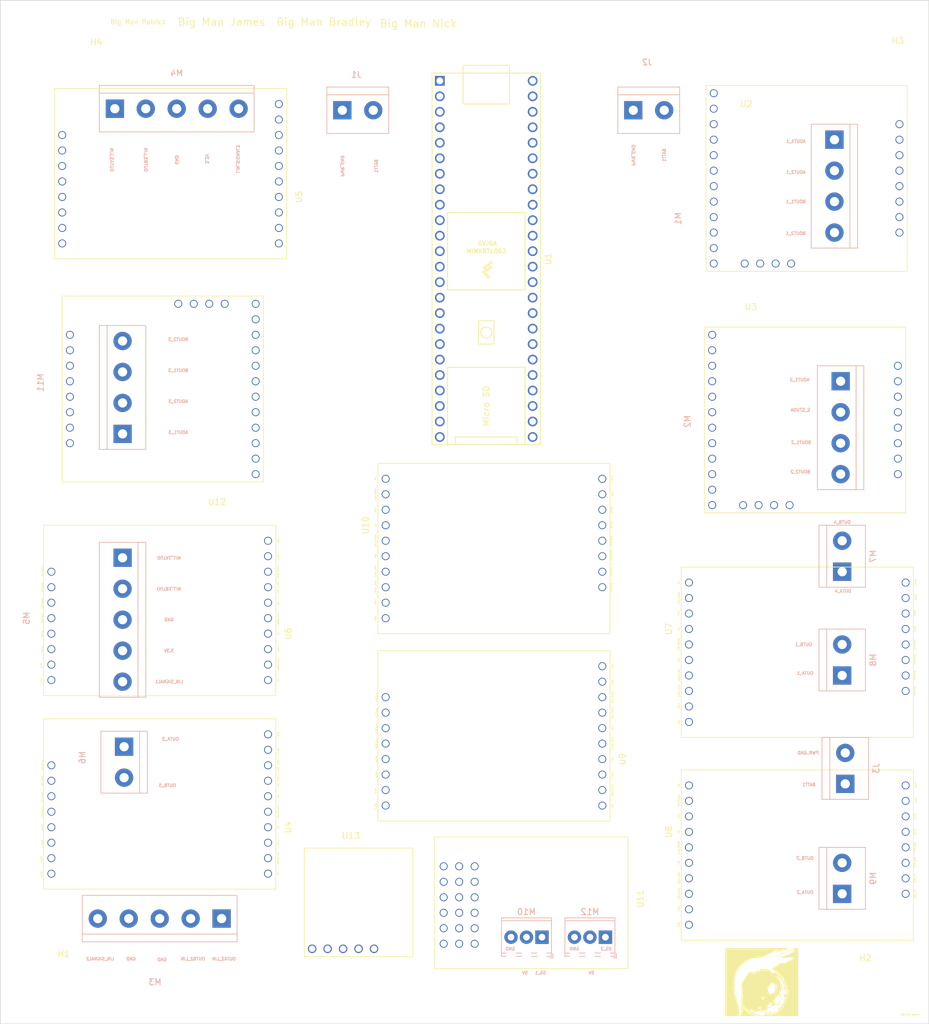
<source format=kicad_pcb>
(kicad_pcb (version 20211014) (generator pcbnew)
  (layers (0 "F.Cu" signal) (31 "B.Cu" signal) (34 "B.Paste" user) (35 "F.Paste" user) (36 "B.SilkS" user "B.Silkscreen") (37 "F.SilkS" user "F.Silkscreen") (38 "B.Mask" user) (39 "F.Mask" user) (44 "Edge.Cuts" user))
  (net 0 "")
  (net 1 "GND")
  (net 2 "STEP_1")
  (net 3 "DIR_1")
  (net 4 "SLEEP_1")
  (net 5 "RESET_1")
  (net 6 "STEP_2")
  (net 7 "DIR_2")
  (net 8 "SLEEP_2")
  (net 9 "RESET_2")
  (net 10 "INA_1")
  (net 11 "PWM_1")
  (net 12 "INB_1")
  (net 13 "INB_7")
  (net 14 "INA_7")
  (net 15 "PWM_7")
  (net 16 "LIN_SIGNAL3")
  (net 17 "PWM_2")
  (net 18 "INB_2")
  (net 19 "INA_3")
  (net 20 "PWM_3")
  (net 21 "INB_3")
  (net 22 "INA_4")
  (net 23 "INB_4")
  (net 24 "PWM_4")
  (net 25 "INB_6")
  (net 26 "INA_6")
  (net 27 "INB_5")
  (net 28 "INA_2")
  (net 29 "PWM_5")
  (net 30 "INA_5")
  (net 31 "LIN_SIGNAL2")
  (net 32 "LIN_SIGNAL1")
  (net 33 "PWM_6")
  (net 34 "BOUT2_1")
  (net 35 "Battery1_Positive24V")
  (net 36 "BOUT1_1")
  (net 37 "AOUT2_1")
  (net 38 "AOUT1_1")
  (net 39 "PWR_GND")
  (net 40 "AOUT1_2")
  (net 41 "AOUT2_2")
  (net 42 "BOUT1_2")
  (net 43 "BOUT2_2")
  (net 44 "OUTB2_LIN")
  (net 45 "OUTA2_LIN")
  (net 46 "OUTA3_LIN")
  (net 47 "OUTB3_LIN")
  (net 48 "OUTA1_LIN")
  (net 49 "OUTB1_LIN")
  (net 50 "OUTB_1")
  (net 51 "OUTB_2")
  (net 52 "OUTB_3")
  (net 53 "OUTB_4")
  (net 54 "OUTA_3")
  (net 55 "OUTA_4")
  (net 56 "OUTA_1")
  (net 57 "OUTA_2")
  (net 58 "STEP_3")
  (net 59 "DIR_3")
  (net 60 "SLEEP_3")
  (net 61 "RESET_3")
  (net 62 "AOUT1_3")
  (net 63 "AOUT2_3")
  (net 64 "BOUT1_3")
  (net 65 "BOUT2_3")
  (net 66 "SS_1")
  (net 67 "SS_2")
  (net 68 "+5V")
  (net 69 "3.3V")
  (net 70 "Net-(U9-Pad9)")
  (net 71 "Net-(U9-Pad5)")
  (net 72 "Net-(U9-Pad4)")
  (net 73 "Net-(U9-Pad2)")
  (net 74 "Net-(U9-Pad10)")
  (net 75 "Net-(U8-Pad9)")
  (net 76 "Net-(U8-Pad5)")
  (net 77 "Net-(U8-Pad4)")
  (net 78 "Net-(U8-Pad2)")
  (net 79 "Net-(U8-Pad10)")
  (net 80 "Net-(U7-Pad9)")
  (net 81 "Net-(U7-Pad5)")
  (net 82 "Net-(U7-Pad4)")
  (net 83 "Net-(U7-Pad2)")
  (net 84 "Net-(U7-Pad10)")
  (net 85 "Net-(U6-Pad9)")
  (net 86 "Net-(U6-Pad5)")
  (net 87 "Net-(U6-Pad4)")
  (net 88 "Net-(U6-Pad2)")
  (net 89 "Net-(U6-Pad10)")
  (net 90 "Net-(U5-Pad9)")
  (net 91 "Net-(U5-Pad5)")
  (net 92 "Net-(U5-Pad4)")
  (net 93 "Net-(U5-Pad2)")
  (net 94 "Net-(U5-Pad10)")
  (net 95 "Net-(U4-Pad9)")
  (net 96 "Net-(U4-Pad5)")
  (net 97 "Net-(U4-Pad4)")
  (net 98 "Net-(U4-Pad2)")
  (net 99 "Net-(U4-Pad10)")
  (net 100 "Net-(U3-Pad9)")
  (net 101 "Net-(U3-Pad8)")
  (net 102 "Net-(U3-Pad7)")
  (net 103 "Net-(U3-Pad6)")
  (net 104 "Net-(U3-Pad2)")
  (net 105 "Net-(U3-Pad16)")
  (net 106 "Net-(U3-Pad15)")
  (net 107 "Net-(U3-Pad14)")
  (net 108 "Net-(U3-Pad13)")
  (net 109 "Net-(U3-Pad12)")
  (net 110 "Net-(U3-Pad1)")
  (net 111 "Net-(U2-Pad9)")
  (net 112 "Net-(U2-Pad8)")
  (net 113 "Net-(U2-Pad7)")
  (net 114 "Net-(U2-Pad6)")
  (net 115 "Net-(U2-Pad2)")
  (net 116 "Net-(U2-Pad16)")
  (net 117 "Net-(U2-Pad15)")
  (net 118 "Net-(U2-Pad14)")
  (net 119 "Net-(U2-Pad13)")
  (net 120 "Net-(U2-Pad12)")
  (net 121 "Net-(U2-Pad1)")
  (net 122 "Net-(U13-Pad2)")
  (net 123 "Net-(U13-Pad1)")
  (net 124 "Net-(U12-Pad9)")
  (net 125 "Net-(U12-Pad8)")
  (net 126 "Net-(U12-Pad7)")
  (net 127 "Net-(U12-Pad6)")
  (net 128 "Net-(U12-Pad2)")
  (net 129 "Net-(U12-Pad16)")
  (net 130 "Net-(U12-Pad15)")
  (net 131 "Net-(U12-Pad14)")
  (net 132 "Net-(U12-Pad13)")
  (net 133 "Net-(U12-Pad12)")
  (net 134 "Net-(U12-Pad1)")
  (net 135 "Net-(U11-Pad9)")
  (net 136 "Net-(U11-Pad6)")
  (net 137 "Net-(U11-Pad5)")
  (net 138 "Net-(U11-Pad4)")
  (net 139 "Net-(U11-Pad3)")
  (net 140 "Net-(U11-Pad18)")
  (net 141 "Net-(U11-Pad17)")
  (net 142 "Net-(U11-Pad16)")
  (net 143 "Net-(U11-Pad15)")
  (net 144 "Net-(U11-Pad12)")
  (net 145 "Net-(U11-Pad11)")
  (net 146 "Net-(U11-Pad10)")
  (net 147 "Net-(U10-Pad9)")
  (net 148 "Net-(U10-Pad5)")
  (net 149 "Net-(U10-Pad4)")
  (net 150 "Net-(U10-Pad2)")
  (net 151 "Net-(U10-Pad10)")
  (net 152 "Net-(U1-Pad48)")
  (net 153 "Net-(U1-Pad33)")
  (net 154 "Net-(U1-Pad3)")
  (net 155 "Net-(U1-Pad26)")
  (net 156 "Net-(U1-Pad25)")
  (net 157 "Net-(U1-Pad24)")
  (net 158 "Net-(U1-Pad2)")
  (footprint "Custom Footprints:Teensy41" (layer "F.Cu") (at 519.43 347.218 -90)
    (fp_text reference "U1")
    (fp_text value "Teensy4.1")
  )
  (footprint "Custom Footprints:StepperMotorDriver" (layer "F.Cu") (at 562.864 359.664)
    (fp_text reference "U3")
    (fp_text value "36v4SMD")
  )
  (footprint "Custom Footprints:DCMotorDriver" (layer "F.Cu") (at 487.426 440.436 -90)
    (fp_text reference "U4")
    (fp_text value "VNH52019")
  )
  (footprint "Custom Footprints:DCMotorDriver" (layer "F.Cu") (at 489.204 337.058 -90)
    (fp_text reference "U5")
    (fp_text value "VNH52019")
  )
  (footprint "Custom Footprints:DCMotorDriver" (layer "F.Cu") (at 487.426 408.686 -90)
    (fp_text reference "U6")
    (fp_text value "VNH52019")
  )
  (footprint "Custom Footprints:DCMotorDriver" (layer "F.Cu") (at 548.894 407.924 90)
    (fp_text reference "U7")
    (fp_text value "VNH52019")
  )
  (footprint "Custom Footprints:DCMotorDriver" (layer "F.Cu") (at 548.894 441.198 90)
    (fp_text reference "U8")
    (fp_text value "VNH52019")
  )
  (footprint "Custom Footprints:DCMotorDriver" (layer "F.Cu") (at 542.29 429.26 -90)
    (fp_text reference "U9")
    (fp_text value "VNH52019")
  )
  (footprint "Custom Footprints:DCMotorDriver" (layer "F.Cu") (at 499.11 390.906 90)
    (fp_text reference "U10")
    (fp_text value "VNH52019")
  )
  (footprint "Custom Footprints:StepperMotorDriver" (layer "F.Cu") (at 563.118 320.04)
    (fp_text reference "U2")
    (fp_text value "36v4SMD")
  )
  (footprint "Custom Footprints:StepperMotorDriver" (layer "F.Cu") (at 475.234 382.524 180)
    (fp_text reference "U12")
    (fp_text value "36v4SMD")
  )
  (footprint "Custom Footprints:ServoMotorDriver" (layer "F.Cu") (at 545.215 452.180001 -90)
    (fp_text reference "U11")
    (fp_text value "ServoDriver")
  )
  (footprint "Custom Footprints:D24V22F5" (layer "F.Cu") (at 497.205 441.325)
    (fp_text reference "U13")
    (fp_text value "D24V22F5")
  )
  (footprint "MountingHole:MountingHole_3.2mm_M3" (layer "F.Cu") (at 450.088 466.09)
    (fp_text reference "H1")
    (fp_text value "MountingHole")
  )
  (footprint "MountingHole:MountingHole_3.2mm_M3" (layer "F.Cu") (at 581.66 466.09)
    (fp_text reference "H2")
    (fp_text value "MountingHole")
  )
  (footprint "MountingHole:MountingHole_3.2mm_M3" (layer "F.Cu") (at 581.66 311.404)
    (fp_text reference "H3")
    (fp_text value "MountingHole")
  )
  (footprint "MountingHole:MountingHole_3.2mm_M3" (layer "F.Cu") (at 450.088 311.404)
    (fp_text reference "H4")
    (fp_text value "MountingHole")
  )
  (footprint "Custom Footprints:Aggreggator" (layer "F.Cu") (at 564.642 465.836)
    (fp_text reference "G***" hide)
    (fp_text value "LOGO" hide)
  )
  (footprint "TerminalBlock:TerminalBlock_bornier-2_P5.08mm" (layer "B.Cu") (at 578.358 433.324 90)
    (fp_text reference "J3")
    (fp_text value "Intel_Buck_Converter_Input")
  )
  (footprint "TerminalBlock:TerminalBlock_bornier-4_P5.08mm" (layer "B.Cu") (at 576.58 327.66 -90)
    (fp_text reference "M1")
    (fp_text value "Stepper_Motor_bipolar")
  )
  (footprint "TerminalBlock:TerminalBlock_bornier-4_P5.08mm" (layer "B.Cu") (at 577.596 367.284 -90)
    (fp_text reference "M2")
    (fp_text value "Stepper_Motor_bipolar")
  )
  (footprint "TerminalBlock:TerminalBlock_bornier-5_P5.08mm" (layer "B.Cu") (at 475.996 455.422 180)
    (fp_text reference "M3")
    (fp_text value "LinActuator12V")
  )
  (footprint "TerminalBlock:TerminalBlock_bornier-5_P5.08mm" (layer "B.Cu") (at 458.47 322.58)
    (fp_text reference "M4")
    (fp_text value "LinActuator12V")
  )
  (footprint "TerminalBlock:TerminalBlock_bornier-5_P5.08mm" (layer "B.Cu") (at 459.74 396.24 -90)
    (fp_text reference "M5")
    (fp_text value "LinActuator12V")
  )
  (footprint "TerminalBlock:TerminalBlock_bornier-2_P5.08mm" (layer "B.Cu") (at 459.994 427.228 -90)
    (fp_text reference "M6")
    (fp_text value "Motor_DC")
  )
  (footprint "TerminalBlock:TerminalBlock_bornier-2_P5.08mm" (layer "B.Cu") (at 577.85 398.526 90)
    (fp_text reference "M7")
    (fp_text value "Motor_DC")
  )
  (footprint "TerminalBlock:TerminalBlock_bornier-2_P5.08mm" (layer "B.Cu") (at 577.85 415.544 90)
    (fp_text reference "M8")
    (fp_text value "Motor_DC")
  )
  (footprint "TerminalBlock:TerminalBlock_bornier-2_P5.08mm" (layer "B.Cu") (at 577.85 451.358 90)
    (fp_text reference "M9")
    (fp_text value "Motor_DC")
  )
  (footprint "TerminalBlock:TerminalBlock_bornier-4_P5.08mm" (layer "B.Cu") (at 459.74 375.92 90)
    (fp_text reference "M11")
    (fp_text value "Stepper_Motor_bipolar")
  )
  (footprint "TerminalBlock:TerminalBlock_bornier-2_P5.08mm" (layer "B.Cu") (at 495.808 322.834)
    (fp_text reference "J1")
    (fp_text value "WattMeter1_Output")
  )
  (footprint "TerminalBlock:TerminalBlock_bornier-2_P5.08mm" (layer "B.Cu") (at 543.56 322.834)
    (fp_text reference "J2")
    (fp_text value "WattMeter2_Output")
  )
  (footprint "Custom Footprints:TerminalBlock_2.54_1x03_P2.54mm_Horizontal" (layer "B.Cu") (at 528.574 458.47 180)
    (fp_text reference "M10")
    (fp_text value "Motor_Servo")
  )
  (footprint "Custom Footprints:TerminalBlock_2.54_1x03_P2.54mm_Horizontal" (layer "B.Cu") (at 538.988 458.47 180)
    (fp_text reference "M12")
    (fp_text value "Motor_Servo")
  )
  (gr_line (start 439.674 472.694) (end 439.674 304.8) (layer "Edge.Cuts") (width 0.1))
  (gr_line (start 592.074 304.8) (end 592.074 472.694) (layer "Edge.Cuts") (width 0.1))
  (gr_line (start 439.674 304.8) (end 592.074 304.8) (layer "Edge.Cuts") (width 0.1))
  (gr_line (start 592.074 472.694) (end 439.674 472.694) (layer "Edge.Cuts") (width 0.1))
  (gr_text "BOUT2_3" (at 468.884 360.426) (layer "B.SilkS") (effects (font (size 0.5 0.5) (thickness 0.12)) (justify mirror)))
  (gr_text "BOUT1_1" (at 570.23 337.82) (layer "B.SilkS") (effects (font (size 0.5 0.5) (thickness 0.12)) (justify mirror)))
  (gr_text "AOUT2_1" (at 570.23 332.994) (layer "B.SilkS") (effects (font (size 0.5 0.5) (thickness 0.12)) (justify mirror)))
  (gr_text "BOUT2_1" (at 570.23 343.027) (layer "B.SilkS") (effects (font (size 0.5 0.5) (thickness 0.12)) (justify mirror)))
  (gr_text "AOUT1_1\n" (at 570.23 327.914) (layer "B.SilkS") (effects (font (size 0.5 0.5) (thickness 0.12)) (justify mirror)))
  (gr_text "AOUT1_2\n" (at 570.865 367.03) (layer "B.SilkS") (effects (font (size 0.5 0.5) (thickness 0.12)) (justify mirror)))
  (gr_text "BOUT2_2" (at 570.992 382.143) (layer "B.SilkS") (effects (font (size 0.5 0.5) (thickness 0.12)) (justify mirror)))
  (gr_text "AOUT2_2" (at 570.992 371.983) (layer "B.SilkS") (effects (font (size 0.5 0.5) (thickness 0.12))))
  (gr_text "BOUT1_2" (at 571.119 377.317) (layer "B.SilkS") (effects (font (size 0.5 0.5) (thickness 0.12)) (justify mirror)))
  (gr_text "BATT1" (at 501.396 331.978 90) (layer "B.SilkS") (effects (font (size 0.5 0.5) (thickness 0.12)) (justify mirror)))
  (gr_text "OUTB2_LIN" (at 471.297 462.026) (layer "B.SilkS") (effects (font (size 0.5 0.5) (thickness 0.12)) (justify mirror)))
  (gr_text "LIN_SIGNAL2" (at 456.057 462.026) (layer "B.SilkS") (effects (font (size 0.5 0.5) (thickness 0.12)) (justify mirror)))
  (gr_text "SS_2" (at 539.115 460.375) (layer "B.SilkS") (effects (font (size 0.5 0.5) (thickness 0.12)) (justify mirror)))
  (gr_text "GND" (at 468.63 330.962 270) (layer "B.SilkS") (effects (font (size 0.5 0.5) (thickness 0.12)) (justify mirror)))
  (gr_text "PWR_GND" (at 495.808 331.978 270) (layer "B.SilkS") (effects (font (size 0.5 0.5) (thickness 0.12)) (justify mirror)))
  (gr_text "BATT1" (at 572.389 433.451) (layer "B.SilkS") (effects (font (size 0.5 0.5) (thickness 0.12)) (justify mirror)))
  (gr_text "AOUT2_3" (at 468.884 370.586) (layer "B.SilkS") (effects (font (size 0.5 0.5) (thickness 0.12)) (justify mirror)))
  (gr_text "PWR_GND" (at 572.262 428.244) (layer "B.SilkS") (effects (font (size 0.5 0.5) (thickness 0.12)) (justify mirror)))
  (gr_text "BOUT1_3" (at 468.884 365.506) (layer "B.SilkS") (effects (font (size 0.5 0.5) (thickness 0.12)) (justify mirror)))
  (gr_text "OUTA1_LIN" (at 467.36 396.24 180) (layer "B.SilkS") (effects (font (size 0.5 0.5) (thickness 0.12)) (justify mirror)))
  (gr_text "GND" (at 466.217 462.153) (layer "B.SilkS") (effects (font (size 0.5 0.5) (thickness 0.12)) (justify mirror)))
  (gr_text "GND" (at 461.137 462.026) (layer "B.SilkS") (effects (font (size 0.5 0.5) (thickness 0.12)) (justify mirror)))
  (gr_text "OUTA_1" (at 571.754 415.163) (layer "B.SilkS") (effects (font (size 0.5 0.5) (thickness 0.12)) (justify mirror)))
  (gr_text "LIN_SIGNAL3" (at 478.663 330.835 270) (layer "B.SilkS") (effects (font (size 0.5 0.5) (thickness 0.12)) (justify mirror)))
  (gr_text "OUTA2_LIN" (at 476.377 462.026) (layer "B.SilkS") (effects (font (size 0.5 0.5) (thickness 0.12)) (justify mirror)))
  (gr_text "OUTA_4" (at 577.977 401.701) (layer "B.SilkS") (effects (font (size 0.5 0.5) (thickness 0.12)) (justify mirror)))
  (gr_text "OUTA_3" (at 467.614 425.958) (layer "B.SilkS") (effects (font (size 0.5 0.5) (thickness 0.12)) (justify mirror)))
  (gr_text "5V" (at 525.78 464.312) (layer "B.SilkS") (effects (font (size 0.5 0.5) (thickness 0.12)) (justify mirror)))
  (gr_text "BATT1" (at 548.64 330.2 90) (layer "B.SilkS") (effects (font (size 0.5 0.5) (thickness 0.12)) (justify mirror)))
  (gr_text "OUTA3_LIN" (at 457.962 330.962 270) (layer "B.SilkS") (effects (font (size 0.5 0.5) (thickness 0.12)) (justify mirror)))
  (gr_text "OUTB_2" (at 571.754 445.516) (layer "B.SilkS") (effects (font (size 0.5 0.5) (thickness 0.12)) (justify mirror)))
  (gr_text "GND" (at 467.36 406.4) (layer "B.SilkS") (effects (font (size 0.5 0.5) (thickness 0.12)) (justify mirror)))
  (gr_text "LIN_SIGNAL1" (at 467.36 416.56) (layer "B.SilkS") (effects (font (size 0.5 0.5) (thickness 0.12)) (justify mirror)))
  (gr_text "GND" (at 523.367 460.375) (layer "B.SilkS") (effects (font (size 0.5 0.5) (thickness 0.12)) (justify mirror)))
  (gr_text "OUTB_4" (at 577.85 390.398) (layer "B.SilkS") (effects (font (size 0.5 0.5) (thickness 0.12)) (justify mirror)))
  (gr_text "SS_1" (at 528.32 464.312) (layer "B.SilkS") (effects (font (size 0.5 0.5) (thickness 0.12)) (justify mirror)))
  (gr_text "OUTB3_LIN" (at 463.55 330.962 270) (layer "B.SilkS") (effects (font (size 0.5 0.5) (thickness 0.12)) (justify mirror)))
  (gr_text "PWR_GND" (at 543.56 330.2 270) (layer "B.SilkS") (effects (font (size 0.5 0.5) (thickness 0.12)) (justify mirror)))
  (gr_text "3.3V" (at 467.36 411.48) (layer "B.SilkS") (effects (font (size 0.5 0.5) (thickness 0.12)) (justify mirror)))
  (gr_text "OUTB1_LIN" (at 467.36 401.32 180) (layer "B.SilkS") (effects (font (size 0.5 0.5) (thickness 0.12)) (justify mirror)))
  (gr_text "5V" (at 536.702 464.312) (layer "B.SilkS") (effects (font (size 0.5 0.5) (thickness 0.12)) (justify mirror)))
  (gr_text "AOUT1_3" (at 468.884 375.666) (layer "B.SilkS") (effects (font (size 0.5 0.5) (thickness 0.12)) (justify mirror)))
  (gr_text "OUTA_2" (at 571.754 451.104) (layer "B.SilkS") (effects (font (size 0.5 0.5) (thickness 0.12)) (justify mirror)))
  (gr_text "GND" (at 533.908 460.375) (layer "B.SilkS") (effects (font (size 0.5 0.5) (thickness 0.12)) (justify mirror)))
  (gr_text "OUTB_1" (at 571.5 410.464) (layer "B.SilkS") (effects (font (size 0.5 0.5) (thickness 0.12)) (justify mirror)))
  (gr_text "OUTB_3" (at 467.106 433.578) (layer "B.SilkS") (effects (font (size 0.5 0.5) (thickness 0.12)) (justify mirror)))
  (gr_text "3.3V" (at 473.583 330.835 270) (layer "B.SilkS") (effects (font (size 0.5 0.5) (thickness 0.12)) (justify mirror)))
  (gr_text "Big Man Sophia" (at 589.026 471.17) (layer "F.SilkS") (effects (font (size 0.25 0.25) (thickness 0.0625))))
  (gr_text "Big Man Bradley" (at 492.76 308.356) (layer "F.SilkS") (effects (font (size 1.25 1.25))))
  (gr_text "Big Man James" (at 475.996 308.356) (layer "F.SilkS") (effects (font (size 1.25 1.25))))
  (gr_text "Big Man Patrick" (at 462.28 308.356) (layer "F.SilkS") (effects (font (size 0.75 0.75) (thickness 0.125))))
  (gr_text "Big Man Nick" (at 508.254 308.61) (layer "F.SilkS") (effects (font (size 1.25 1.25))))
)
</source>
